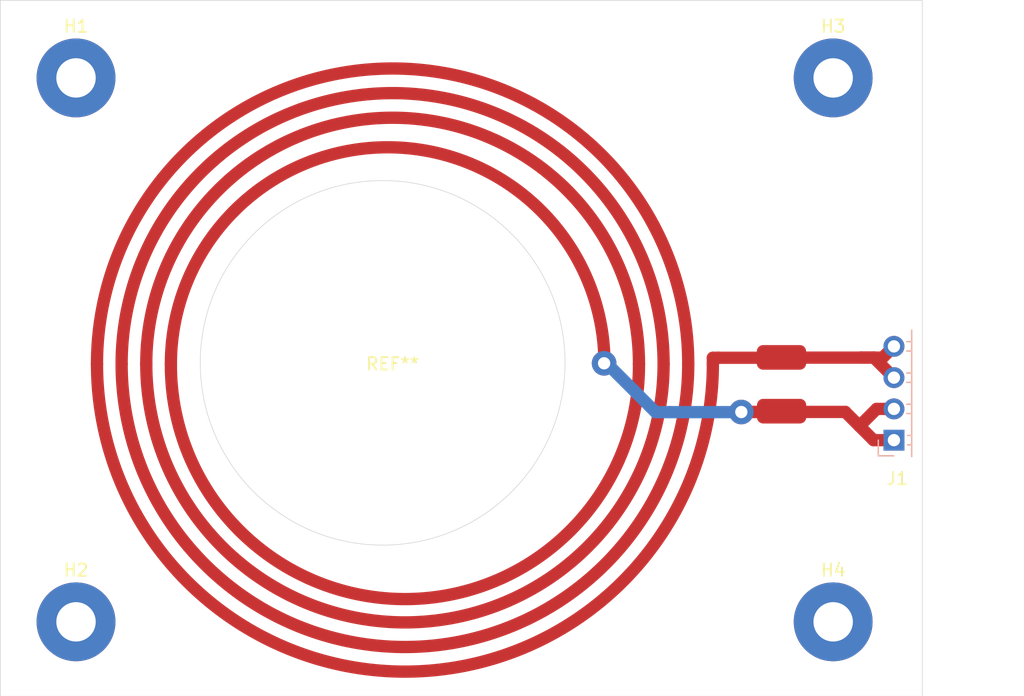
<source format=kicad_pcb>
(kicad_pcb (version 20240108) (generator "pcbnew") (generator_version "8.0")
  (layers (0 "F.Cu" signal) (31 "B.Cu" signal) (34 "B.Paste" user) (35 "F.Paste" user) (36 "B.SilkS" user "B.Silkscreen") (37 "F.SilkS" user "F.Silkscreen") (38 "B.Mask" user) (39 "F.Mask" user) (44 "Edge.Cuts" user))
  (net 0 "")
  (net 1 "/coil start")
  (net 2 "/coil end")
  (footprint "Top sensing coik" (layer "F.Cu") (at 141 97)
    (property "Reference" "REF**" (at 0 0 0) (layer "F.SilkS"))
    (property "Value" "Excitation coil")
    (fp_line (start 26 -0.5) (end 26.5 -0.5) (stroke (width 1)) (layer "F.Cu"))
    (fp_line (start 26 0) (end 26 -0.5) (stroke (width 1)) (layer "F.Cu"))
    (fp_line (start 26.4 -0.5) (end 31.565 -0.5) (stroke (width 1)) (layer "F.Cu"))
    (fp_line (start 28.44 3.9) (end 30.44 3.9) (stroke (width 1)) (layer "F.Cu"))
    (fp_line (start 28.46 3.9) (end 30.44 3.9) (stroke (width 1)) (layer "F.Cu"))
    (fp_line (start 30.44 3.9) (end 28.46 3.9) (stroke (width 1)) (layer "F.Cu"))
    (fp_line (start 30.44 3.9) (end 28.46 3.9) (stroke (width 1)) (layer "F.Cu"))
    (fp_arc (start -24 0) (mid 0 -24) (end 24 0) (stroke (width 1)) (layer "F.Cu"))
    (fp_arc (start -22 0) (mid 0 -22) (end 22 0) (stroke (width 1)) (layer "F.Cu"))
    (fp_arc (start -20 0) (mid 0 -20) (end 20 0) (stroke (width 1)) (layer "F.Cu"))
    (fp_arc (start -18 0) (mid -0.4 -17.604546) (end 17.2 0) (stroke (width 1)) (layer "F.Cu"))
    (fp_arc (start 20 0) (mid 1 19.105555) (end -18 0) (stroke (width 1)) (layer "F.Cu"))
    (fp_arc (start 22 0) (mid 1 21) (end -20 0) (stroke (width 1)) (layer "F.Cu"))
    (fp_arc (start 24 0) (mid 1 23) (end -22 0) (stroke (width 1)) (layer "F.Cu"))
    (fp_arc (start 26 0) (mid 1 25) (end -24 0) (stroke (width 1)) (layer "F.Cu"))
    (fp_line (start 21.35 3.92) (end 17.17 -0.26) (stroke (width 1)) (layer "B.Cu"))
    (fp_line (start 22.51 3.92) (end 21.35 3.92) (stroke (width 1)) (layer "B.Cu"))
    (fp_line (start 28.46 3.92) (end 22.51 3.92) (stroke (width 1)) (layer "B.Cu"))
    (pad "1" smd roundrect (at 31.57 -0.53) (size 4 2) (layers "F.Cu") (net 1 "/coil start"))
    (pad "2" smd roundrect (at 31.58 3.84) (size 4 2) (layers "F.Cu") (net 2 "/coil end"))
    (pad "3" thru_hole circle (at 17.17 -0.05 90) (size 2 2) (drill 1) (layers "*.Cu" "*.Mask"))
    (pad "3" thru_hole circle (at 28.31 3.91 90) (size 2 2) (drill 1) (layers "*.Cu" "*.Mask"))
  )
  (footprint "MountingHole:MountingHole_3.2mm_M3_Pad" (layer "F.Cu") (at 176.7668 73.7648)
    (property "Reference" "H3" (at 0 -4.2 0) (layer "F.SilkS"))
    (property "Value" "MountingHole")
    (pad "1" thru_hole circle (at 0 0) (size 6.4 6.4) (drill 3.2) (layers "*.Cu" "*.Mask"))
  )
  (footprint "MountingHole:MountingHole_3.2mm_M3_Pad" (layer "F.Cu") (at 115.2968 73.7648)
    (property "Reference" "H1" (at 0 -4.2 0) (layer "F.SilkS"))
    (property "Value" "MountingHole")
    (pad "1" thru_hole circle (at 0 0) (size 6.4 6.4) (drill 3.2) (layers "*.Cu" "*.Mask"))
  )
  (footprint "MountingHole:MountingHole_3.2mm_M3_Pad" (layer "F.Cu") (at 176.7668 117.9548)
    (property "Reference" "H4" (at 0 -4.2 0) (layer "F.SilkS"))
    (property "Value" "MountingHole")
    (pad "1" thru_hole circle (at 0 0) (size 6.4 6.4) (drill 3.2) (layers "*.Cu" "*.Mask"))
  )
  (footprint "MountingHole:MountingHole_3.2mm_M3_Pad" (layer "F.Cu") (at 115.2968 117.9548)
    (property "Reference" "H2" (at 0 -4.2 0) (layer "F.SilkS"))
    (property "Value" "MountingHole")
    (pad "1" thru_hole circle (at 0 0) (size 6.4 6.4) (drill 3.2) (layers "*.Cu" "*.Mask"))
  )
  (footprint "Connector_PinHeader_2.54mm:PinHeader_1x04_P2.54mm_Horizontal" (layer "B.Cu") (at 181.7 103.195)
    (property "Reference" "J1" (at 0.275 3.13 0) (layer "F.SilkS"))
    (property "Value" "Conn_01x04")
    (fp_line (start -1.27 1.27) (end -1.27 0) (stroke (width 0.12)) (layer "B.SilkS"))
    (fp_line (start 0 1.27) (end -1.27 1.27) (stroke (width 0.12)) (layer "B.SilkS"))
    (fp_line (start 1.44 -8.95) (end 1.44 1.33) (stroke (width 0.12)) (layer "B.SilkS"))
    (fp_line (start 1.44 -8) (end 1.042929 -8) (stroke (width 0.12)) (layer "B.SilkS"))
    (fp_line (start 1.44 -7.24) (end 1.042929 -7.24) (stroke (width 0.12)) (layer "B.SilkS"))
    (fp_line (start 1.44 -5.46) (end 1.042929 -5.46) (stroke (width 0.12)) (layer "B.SilkS"))
    (fp_line (start 1.44 -4.7) (end 1.042929 -4.7) (stroke (width 0.12)) (layer "B.SilkS"))
    (fp_line (start 1.44 -2.92) (end 1.042929 -2.92) (stroke (width 0.12)) (layer "B.SilkS"))
    (fp_line (start 1.44 -2.16) (end 1.042929 -2.16) (stroke (width 0.12)) (layer "B.SilkS"))
    (fp_line (start 1.44 -0.38) (end 1.11 -0.38) (stroke (width 0.12)) (layer "B.SilkS"))
    (fp_line (start 1.44 0.38) (end 1.11 0.38) (stroke (width 0.12)) (layer "B.SilkS"))
    (pad "1" thru_hole rect (at 0 0) (size 1.7 1.7) (drill 1) (layers "*.Cu" "*.Mask") (net 2 "/coil end"))
    (pad "2" thru_hole oval (at 0 -2.54) (size 1.7 1.7) (drill 1) (layers "*.Cu" "*.Mask") (net 2 "/coil end"))
    (pad "3" thru_hole oval (at 0 -5.08) (size 1.7 1.7) (drill 1) (layers "*.Cu" "*.Mask") (net 1 "/coil start"))
    (pad "4" thru_hole oval (at 0 -7.62) (size 1.7 1.7) (drill 1) (layers "*.Cu" "*.Mask") (net 1 "/coil start"))
  )
  (gr_circle (center 140.191412 96.913808) (end 153.663012 90.7648) (stroke (width 0.05)) (fill none) (layer "Edge.Cuts"))
  (gr_rect (start 109.15 67.4596) (end 184 124) (stroke (width 0.05)) (fill none) (layer "Edge.Cuts"))
  (segment (start 171.25 96.49) (end 179.025 96.49) (width 1) (layer "F.Cu") (net 1))
  (segment (start 180.785 96.49) (end 181.7 95.575) (width 1) (layer "F.Cu") (net 1))
  (segment (start 181.7 98.115) (end 180.075 96.49) (width 1) (layer "F.Cu") (net 1))
  (segment (start 180.075 96.49) (end 179.025 96.49) (width 1) (layer "F.Cu") (net 1))
  (segment (start 179.025 96.49) (end 180.785 96.49) (width 1) (layer "F.Cu") (net 1))
  (segment (start 171.44 100.9) (end 177.75 100.9) (width 1) (layer "F.Cu") (net 2))
  (segment (start 180.295 100.655) (end 181.7 100.655) (width 1) (layer "F.Cu") (net 2))
  (segment (start 177.75 100.9) (end 178.9 102.05) (width 1) (layer "F.Cu") (net 2))
  (segment (start 180.045 103.195) (end 181.7 103.195) (width 1) (layer "F.Cu") (net 2))
  (segment (start 178.9 102.05) (end 180.295 100.655) (width 1) (layer "F.Cu") (net 2))
  (segment (start 178.9 102.05) (end 180.045 103.195) (width 1) (layer "F.Cu") (net 2))
)
</source>
